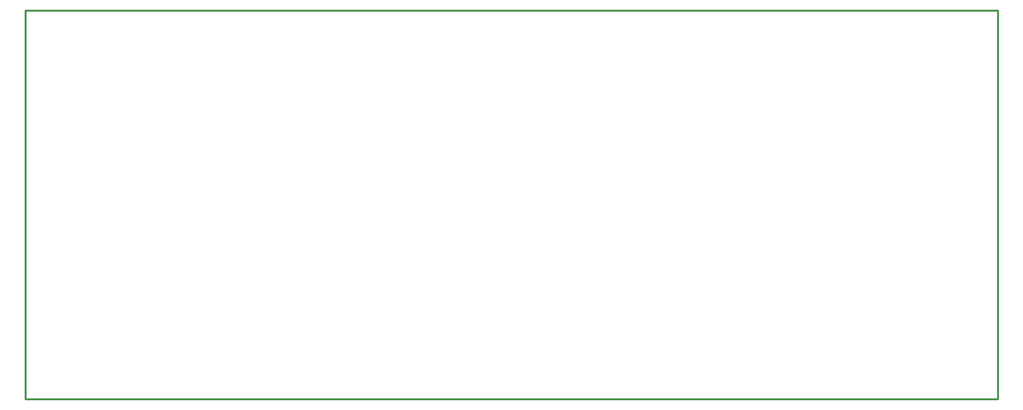
<source format=gko>
*%FSLAX24Y24*%
*%MOIN*%
G01*
%ADD11C,0.0060*%
%ADD12C,0.0073*%
%ADD13C,0.0080*%
%ADD14C,0.0098*%
%ADD15C,0.0100*%
%ADD16C,0.0120*%
%ADD17C,0.0150*%
%ADD18C,0.0160*%
%ADD19C,0.0197*%
%ADD20C,0.0200*%
%ADD21C,0.0250*%
%ADD22C,0.0300*%
%ADD23C,0.0300*%
%ADD24C,0.0394*%
%ADD25C,0.0397*%
%ADD26C,0.0400*%
%ADD27C,0.0434*%
%ADD28C,0.0500*%
%ADD29C,0.0500*%
%ADD30C,0.0700*%
%ADD31C,0.0700*%
%ADD32C,0.0720*%
%ADD33C,0.0827*%
%ADD34C,0.0920*%
%ADD35C,0.1000*%
%ADD36C,0.1000*%
%ADD37C,0.1040*%
%ADD38C,0.1210*%
%ADD39C,0.1250*%
%ADD40C,0.1290*%
%ADD41C,0.1500*%
%ADD42C,0.1560*%
%ADD43C,0.1700*%
%ADD44C,0.1772*%
%ADD45C,0.1812*%
%ADD46C,0.2400*%
%ADD47C,0.2500*%
%ADD48C,0.2500*%
%ADD49R,0.0900X0.2100*%
%ADD50R,0.1000X0.1000*%
%ADD51R,0.1000X0.2200*%
%ADD52R,0.1040X0.2240*%
%ADD53R,0.1050X0.1800*%
%ADD54R,0.1050X0.1850*%
%ADD55R,0.1181X0.1969*%
%ADD56R,0.1221X0.2009*%
%ADD57R,0.1250X0.1250*%
%ADD58R,0.1290X0.1290*%
%ADD59R,0.1500X0.1500*%
%ADD60R,0.1700X0.1700*%
%ADD61R,0.1900X0.0700*%
%ADD62R,0.2000X0.0750*%
%ADD63R,0.2000X0.2000*%
%ADD64R,0.2040X0.0790*%
%ADD65R,0.2040X0.2040*%
%ADD66R,0.2100X0.0900*%
%ADD67R,0.2200X0.1000*%
%ADD68R,0.2200X0.2200*%
%ADD69R,0.2240X0.1040*%
%ADD70R,0.2500X0.2500*%
D15*
X64040Y9630D02*
Y29630D01*
X14040D02*
Y9630D01*
Y29630D02*
X64040D01*
Y9630D02*
X14040D01*
D02*
M02*

</source>
